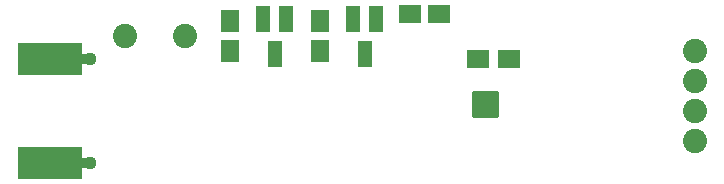
<source format=gbs>
G04 #@! TF.FileFunction,Soldermask,Bot*
%FSLAX46Y46*%
G04 Gerber Fmt 4.6, Leading zero omitted, Abs format (unit mm)*
G04 Created by KiCad (PCBNEW 0.201511192131+6326~38~ubuntu14.04.1-stable) date Sun 22 Nov 2015 09:07:30 PM CST*
%MOMM*%
G01*
G04 APERTURE LIST*
%ADD10C,0.127000*%
%ADD11R,1.200100X2.200860*%
%ADD12R,1.650000X1.900000*%
%ADD13R,1.900000X1.650000*%
%ADD14C,1.111200*%
%ADD15R,1.289000X0.857200*%
%ADD16R,5.480000X2.813000*%
%ADD17C,2.051000*%
%ADD18R,1.901140X1.598880*%
%ADD19C,0.254000*%
G04 APERTURE END LIST*
D10*
D11*
X108220000Y-98828860D03*
X110220000Y-98828860D03*
X109220000Y-101831140D03*
D12*
X105410000Y-99080000D03*
X105410000Y-101580000D03*
X113030000Y-101580000D03*
X113030000Y-99080000D03*
D13*
X120670000Y-98425000D03*
X123170000Y-98425000D03*
D14*
X93599000Y-111061500D03*
D15*
X93154500Y-111061500D03*
D16*
X90170000Y-111061500D03*
X90170000Y-102298500D03*
D15*
X93154500Y-102298500D03*
D14*
X93599000Y-102298500D03*
D17*
X144780000Y-101600000D03*
X144780000Y-104140000D03*
X144780000Y-106680000D03*
X144780000Y-109220000D03*
D11*
X115840000Y-98828860D03*
X117840000Y-98828860D03*
X116840000Y-101831140D03*
D17*
X96520000Y-100330000D03*
X101600000Y-100330000D03*
D18*
X126461520Y-102235000D03*
X129062480Y-102235000D03*
D19*
G36*
X128016000Y-107061000D02*
X125984000Y-107061000D01*
X125984000Y-105029000D01*
X128016000Y-105029000D01*
X128016000Y-107061000D01*
X128016000Y-107061000D01*
G37*
X128016000Y-107061000D02*
X125984000Y-107061000D01*
X125984000Y-105029000D01*
X128016000Y-105029000D01*
X128016000Y-107061000D01*
M02*

</source>
